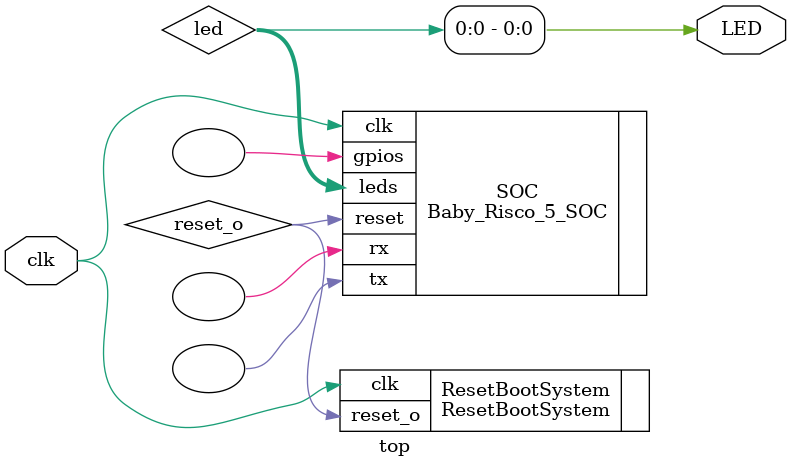
<source format=v>
module top (
    input wire clk, // 50mhz clock
    output wire LED
);

wire reset_o;
wire [7:0] led;

assign LED = led[0];

ResetBootSystem #(
    .CYCLES(20)
) ResetBootSystem(
    .clk(clk),
    .reset_o(reset_o)
);

Baby_Risco_5_SOC #(
    .CLOCK_FREQ(50000000),
    .BIT_RATE(115200),
    .MEMORY_SIZE(2048),
    .MEMORY_FILE("../../software/memory/teste_uart_fpga.hex"),
    .GPIO_WIDHT(6),
    .UART_BUFFER_SIZE(16)
) SOC(
    .clk(clk),
    .reset(reset_o),
    .leds(led),
    .rx(),
    .tx(),
    .gpios()
);

    
endmodule

</source>
